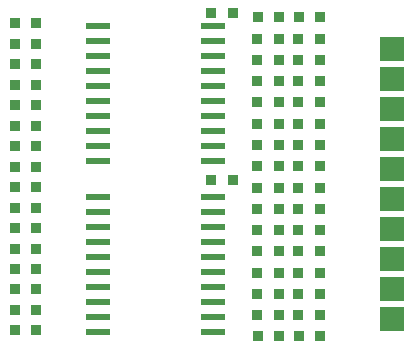
<source format=gtp>
G04*
G04 #@! TF.GenerationSoftware,Altium Limited,Altium Designer,19.1.5 (86)*
G04*
G04 Layer_Color=8421504*
%FSLAX25Y25*%
%MOIN*%
G70*
G01*
G75*
%ADD16R,0.07874X0.07874*%
%ADD17R,0.07874X0.02362*%
%ADD18R,0.03543X0.03543*%
%ADD19R,0.03543X0.03543*%
D16*
X188976Y41555D02*
D03*
Y101555D02*
D03*
Y91555D02*
D03*
Y81555D02*
D03*
Y51555D02*
D03*
Y61555D02*
D03*
Y11555D02*
D03*
Y21555D02*
D03*
Y71555D02*
D03*
Y31555D02*
D03*
D17*
X91142Y52307D02*
D03*
Y47307D02*
D03*
Y42307D02*
D03*
Y37307D02*
D03*
Y32307D02*
D03*
Y27307D02*
D03*
Y22307D02*
D03*
Y17307D02*
D03*
Y12307D02*
D03*
Y7307D02*
D03*
X129331Y52307D02*
D03*
Y47307D02*
D03*
Y42307D02*
D03*
Y37307D02*
D03*
Y32307D02*
D03*
Y27307D02*
D03*
Y22307D02*
D03*
Y17307D02*
D03*
Y12307D02*
D03*
Y7307D02*
D03*
X91142Y109393D02*
D03*
Y104393D02*
D03*
Y99393D02*
D03*
Y94393D02*
D03*
Y89393D02*
D03*
Y84393D02*
D03*
Y79393D02*
D03*
Y74393D02*
D03*
Y69393D02*
D03*
Y64393D02*
D03*
X129331Y109393D02*
D03*
Y104393D02*
D03*
Y99393D02*
D03*
Y94393D02*
D03*
Y89393D02*
D03*
Y84393D02*
D03*
Y79393D02*
D03*
Y74393D02*
D03*
Y69393D02*
D03*
Y64393D02*
D03*
D18*
X157873Y5905D02*
D03*
X164960D02*
D03*
Y112205D02*
D03*
X157873D02*
D03*
X157776Y55512D02*
D03*
X164862D02*
D03*
Y105118D02*
D03*
X157776D02*
D03*
Y48425D02*
D03*
X164862D02*
D03*
Y98031D02*
D03*
X157776D02*
D03*
Y41338D02*
D03*
X164862D02*
D03*
Y90945D02*
D03*
X157776D02*
D03*
Y34252D02*
D03*
X164862D02*
D03*
Y83858D02*
D03*
X157776D02*
D03*
Y27165D02*
D03*
X164862D02*
D03*
Y76771D02*
D03*
X157776D02*
D03*
Y20079D02*
D03*
X164862D02*
D03*
Y69685D02*
D03*
X157776D02*
D03*
Y12992D02*
D03*
X164862D02*
D03*
Y62598D02*
D03*
X157776D02*
D03*
D19*
X144192Y5905D02*
D03*
X151279D02*
D03*
X135868Y58052D02*
D03*
X128781D02*
D03*
Y113624D02*
D03*
X135868D02*
D03*
X151279Y112205D02*
D03*
X144192D02*
D03*
X144095Y105118D02*
D03*
X151181D02*
D03*
Y98031D02*
D03*
X144095D02*
D03*
Y90945D02*
D03*
X151181D02*
D03*
Y83858D02*
D03*
X144095D02*
D03*
Y76771D02*
D03*
X151181D02*
D03*
Y69685D02*
D03*
X144095D02*
D03*
Y62598D02*
D03*
X151181D02*
D03*
Y55512D02*
D03*
X144095D02*
D03*
Y48425D02*
D03*
X151181D02*
D03*
Y41338D02*
D03*
X144095D02*
D03*
Y34252D02*
D03*
X151181D02*
D03*
Y27165D02*
D03*
X144095D02*
D03*
Y20079D02*
D03*
X151181D02*
D03*
Y12992D02*
D03*
X144095D02*
D03*
X70472Y7874D02*
D03*
X63386D02*
D03*
Y14698D02*
D03*
X70472D02*
D03*
Y21522D02*
D03*
X63386D02*
D03*
Y28347D02*
D03*
X70472D02*
D03*
Y35171D02*
D03*
X63386D02*
D03*
Y41995D02*
D03*
X70472D02*
D03*
Y48819D02*
D03*
X63386D02*
D03*
Y55643D02*
D03*
X70472D02*
D03*
Y62467D02*
D03*
X63386D02*
D03*
Y69291D02*
D03*
X70472D02*
D03*
Y76116D02*
D03*
X63386D02*
D03*
Y82940D02*
D03*
X70472D02*
D03*
Y89764D02*
D03*
X63386D02*
D03*
Y96588D02*
D03*
X70472D02*
D03*
Y103412D02*
D03*
X63386D02*
D03*
Y110236D02*
D03*
X70472D02*
D03*
M02*

</source>
